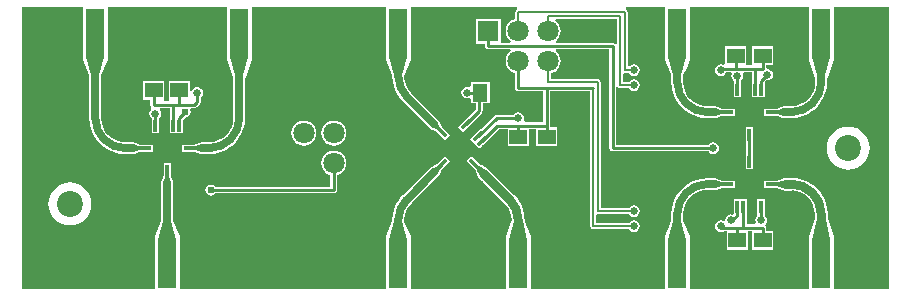
<source format=gtl>
G04*
G04 #@! TF.GenerationSoftware,Altium Limited,Altium Designer,24.4.1 (13)*
G04*
G04 Layer_Physical_Order=1*
G04 Layer_Color=255*
%FSLAX25Y25*%
%MOIN*%
G70*
G04*
G04 #@! TF.SameCoordinates,9EAFE7E4-189C-44CB-946A-5F511CB8720B*
G04*
G04*
G04 #@! TF.FilePolarity,Positive*
G04*
G01*
G75*
%ADD28C,0.02700*%
%ADD29C,0.03000*%
%ADD30R,0.08268X0.08268*%
%ADD31R,0.01181X0.03937*%
%ADD32R,0.03937X0.01181*%
%ADD33P,0.11692X4X90.0*%
G04:AMPARAMS|DCode=34|XSize=39.37mil|YSize=11.81mil|CornerRadius=0mil|HoleSize=0mil|Usage=FLASHONLY|Rotation=45.000|XOffset=0mil|YOffset=0mil|HoleType=Round|Shape=Rectangle|*
%AMROTATEDRECTD34*
4,1,4,-0.00974,-0.01810,-0.01810,-0.00974,0.00974,0.01810,0.01810,0.00974,-0.00974,-0.01810,0.0*
%
%ADD34ROTATEDRECTD34*%

G04:AMPARAMS|DCode=35|XSize=39.37mil|YSize=11.81mil|CornerRadius=0mil|HoleSize=0mil|Usage=FLASHONLY|Rotation=315.000|XOffset=0mil|YOffset=0mil|HoleType=Round|Shape=Rectangle|*
%AMROTATEDRECTD35*
4,1,4,-0.01810,0.00974,-0.00974,0.01810,0.01810,-0.00974,0.00974,-0.01810,-0.01810,0.00974,0.0*
%
%ADD35ROTATEDRECTD35*%

%ADD36R,0.06000X0.16000*%
%ADD37R,0.07000X0.16000*%
%ADD38R,0.05906X0.05118*%
%ADD39R,0.05118X0.05906*%
%ADD40C,0.01000*%
%ADD41C,0.00700*%
%ADD42C,0.01100*%
%ADD43C,0.08661*%
%ADD44C,0.07087*%
%ADD45R,0.07087X0.07087*%
%ADD46R,0.07087X0.07087*%
%ADD47C,0.02400*%
%ADD48C,0.02600*%
G36*
X199827Y82981D02*
X199227Y82799D01*
X199088Y83006D01*
X198724Y83249D01*
X198295Y83334D01*
X179533D01*
X179329Y83934D01*
X179750Y84258D01*
X180414Y85123D01*
X180832Y86131D01*
X180974Y87213D01*
X180832Y88294D01*
X180414Y89302D01*
X179750Y90168D01*
X179130Y90644D01*
X179333Y91244D01*
X199827D01*
Y82981D01*
D02*
G37*
G36*
X269145Y72650D02*
X266445D01*
X264807Y78725D01*
X270783D01*
X269145Y72650D01*
D02*
G37*
G36*
X221145D02*
X218445D01*
X216807Y78725D01*
X222783D01*
X221145Y72650D01*
D02*
G37*
G36*
X128145D02*
X125445D01*
X123807Y78725D01*
X129783D01*
X128145Y72650D01*
D02*
G37*
G36*
X75145D02*
X72445D01*
X70807Y78725D01*
X76783D01*
X75145Y72650D01*
D02*
G37*
G36*
X27145D02*
X24445D01*
X22807Y78725D01*
X28783D01*
X27145Y72650D01*
D02*
G37*
G36*
X290348Y1275D02*
X271995D01*
Y18913D01*
X269936Y24559D01*
Y26213D01*
X269930Y26243D01*
X269783Y28111D01*
X269339Y29963D01*
X268610Y31723D01*
X267615Y33347D01*
X266378Y34795D01*
X264930Y36032D01*
X263305Y37027D01*
X261546Y37756D01*
X259694Y38201D01*
X257826Y38348D01*
X257795Y38354D01*
X255795D01*
X254976Y38191D01*
X254714Y38016D01*
X254660Y38017D01*
X253057Y37403D01*
X248707D01*
Y35022D01*
X253057D01*
X254660Y34408D01*
X254714Y34409D01*
X254976Y34234D01*
X255795Y34071D01*
X257795D01*
X257893Y34091D01*
X259334Y33949D01*
X260814Y33500D01*
X262178Y32771D01*
X263373Y31790D01*
X264354Y30595D01*
X265083Y29231D01*
X265532Y27751D01*
X265674Y26311D01*
X265654Y26213D01*
Y24559D01*
X263595Y18913D01*
Y1275D01*
X223995Y1275D01*
Y18913D01*
X222019Y23371D01*
X221783Y23903D01*
X221783D01*
X221783Y23903D01*
Y26213D01*
X221765Y26303D01*
X221911Y27781D01*
X222369Y29289D01*
X223111Y30679D01*
X224111Y31897D01*
X225329Y32897D01*
X226719Y33639D01*
X228227Y34097D01*
X229705Y34242D01*
X229795Y34224D01*
X232295D01*
X232576Y34280D01*
X232618Y34263D01*
X232734Y34311D01*
X232859Y34310D01*
X232993Y34363D01*
X233056Y34376D01*
X233103Y34407D01*
X234636Y35019D01*
X234639Y35022D01*
X238883D01*
Y37403D01*
X234620D01*
X233108Y38015D01*
X233056Y38050D01*
X232990Y38063D01*
X232861Y38115D01*
X232735Y38114D01*
X232618Y38162D01*
X232576Y38145D01*
X232295Y38201D01*
X229795D01*
X229785Y38199D01*
X227920Y38052D01*
X226091Y37613D01*
X224353Y36893D01*
X222749Y35910D01*
X221319Y34689D01*
X220098Y33258D01*
X219115Y31655D01*
X218395Y29917D01*
X217956Y28088D01*
X217809Y26223D01*
X217807Y26213D01*
Y23903D01*
X216693Y21389D01*
X215595Y18913D01*
Y1275D01*
X170995D01*
Y18913D01*
X169122Y23712D01*
X168933Y24197D01*
X168928Y24218D01*
X168920Y24229D01*
X168875Y24810D01*
X168783Y25969D01*
X168339Y27821D01*
X167610Y29581D01*
X166615Y31205D01*
X165551Y32450D01*
X165481Y32555D01*
X156509Y41527D01*
X155815Y41991D01*
X155506Y42052D01*
X155469Y42091D01*
X153901Y42791D01*
X151110Y45581D01*
X149427Y43898D01*
X152217Y41107D01*
X152917Y39539D01*
X152956Y39502D01*
X153017Y39193D01*
X153481Y38499D01*
X162453Y29527D01*
X162496Y29498D01*
X163354Y28453D01*
X164083Y27089D01*
X164532Y25609D01*
X164668Y24225D01*
X164663Y24218D01*
X164659Y24203D01*
X164460Y23692D01*
X162595Y18913D01*
Y1275D01*
X130995Y1275D01*
Y18913D01*
X128865Y23719D01*
X128795Y24132D01*
X128784Y24225D01*
X128783Y24462D01*
X128822Y24859D01*
X128906Y25714D01*
X129344Y27157D01*
X130055Y28487D01*
X130632Y29190D01*
X131030Y29635D01*
X131030D01*
X131446Y30052D01*
X140201Y38807D01*
X140632Y39452D01*
X140684Y39714D01*
X140718Y39744D01*
X141369Y41102D01*
X144164Y43898D01*
X142480Y45581D01*
X139685Y42786D01*
X138327Y42135D01*
X138297Y42102D01*
X138034Y42050D01*
X137389Y41618D01*
X128218Y32447D01*
X128207Y32431D01*
X127033Y31056D01*
X126078Y29498D01*
X125379Y27810D01*
X124953Y26034D01*
X124829Y24465D01*
X124811Y24232D01*
X124811Y24232D01*
X124807Y24213D01*
X124753Y23781D01*
X122595Y18913D01*
Y1275D01*
X53995D01*
Y18913D01*
X51784Y23903D01*
Y36713D01*
X51632Y37473D01*
X51484Y37696D01*
X51486Y37741D01*
X50986Y39162D01*
Y43301D01*
X48605D01*
Y39162D01*
X48105Y37741D01*
X48107Y37696D01*
X47958Y37473D01*
X47807Y36713D01*
Y23903D01*
X47807Y23903D01*
X45595Y18913D01*
Y1275D01*
X1275D01*
Y95226D01*
X21595D01*
Y77513D01*
X23807Y72522D01*
Y58213D01*
X23809Y58202D01*
X23956Y56337D01*
X24395Y54508D01*
X25115Y52771D01*
X26098Y51167D01*
X27319Y49736D01*
X28749Y48515D01*
X30353Y47532D01*
X32091Y46812D01*
X33920Y46373D01*
X35785Y46227D01*
X35795Y46224D01*
X38295D01*
X39056Y46376D01*
X39278Y46524D01*
X39323Y46522D01*
X40744Y47022D01*
X44883D01*
Y49403D01*
X40744D01*
X39323Y49903D01*
X39278Y49901D01*
X39056Y50050D01*
X38295Y50201D01*
X35795D01*
X35705Y50183D01*
X34227Y50328D01*
X32719Y50786D01*
X31329Y51529D01*
X30111Y52528D01*
X29111Y53746D01*
X28368Y55136D01*
X27911Y56644D01*
X27766Y58122D01*
X27784Y58213D01*
Y72522D01*
X27784Y72522D01*
X29995Y77513D01*
Y95226D01*
X69595Y95226D01*
Y77513D01*
X71654Y71866D01*
X71807Y71297D01*
Y58213D01*
X71825Y58122D01*
X71680Y56644D01*
X71222Y55136D01*
X70479Y53746D01*
X69480Y52528D01*
X68261Y51529D01*
X66872Y50786D01*
X65364Y50328D01*
X63886Y50183D01*
X63795Y50201D01*
X61295D01*
X60534Y50050D01*
X60312Y49901D01*
X60267Y49903D01*
X58846Y49403D01*
X54707D01*
Y47022D01*
X58846D01*
X60267Y46522D01*
X60312Y46524D01*
X60534Y46376D01*
X61295Y46224D01*
X63795D01*
X63806Y46227D01*
X65671Y46373D01*
X67500Y46812D01*
X69237Y47532D01*
X70841Y48515D01*
X72271Y49736D01*
X73493Y51167D01*
X74476Y52771D01*
X75196Y54508D01*
X75635Y56337D01*
X75781Y58202D01*
X75783Y58213D01*
Y71297D01*
X75937Y71866D01*
X77995Y77513D01*
Y95226D01*
X122595Y95226D01*
Y77513D01*
X124750Y72651D01*
X124807Y72355D01*
X124809Y72345D01*
X124809Y72344D01*
X124839Y71959D01*
X124956Y70480D01*
X125395Y68651D01*
X126115Y66913D01*
X127098Y65309D01*
X128312Y63887D01*
X128318Y63878D01*
X137389Y54807D01*
X138034Y54376D01*
X138305Y54322D01*
X138341Y54283D01*
X139612Y53712D01*
X142480Y50844D01*
X144164Y52528D01*
X141295Y55396D01*
X140725Y56667D01*
X140686Y56703D01*
X140632Y56973D01*
X140201Y57618D01*
X131130Y66689D01*
X131053Y66741D01*
X130111Y67889D01*
X129368Y69279D01*
X128911Y70786D01*
X128854Y71367D01*
X128795Y71965D01*
X128791Y72179D01*
X128822Y72470D01*
X128918Y72825D01*
X130995Y77513D01*
Y95226D01*
X166456D01*
X166515Y94626D01*
X166425Y94608D01*
X166110Y94397D01*
X165900Y94083D01*
X165827Y93713D01*
Y91264D01*
X165714Y91249D01*
X164706Y90832D01*
X163840Y90168D01*
X163176Y89302D01*
X162759Y88294D01*
X162616Y87213D01*
X162759Y86131D01*
X163176Y85123D01*
X163840Y84258D01*
X164262Y83934D01*
X164058Y83334D01*
X160939D01*
Y91356D01*
X152652D01*
Y83069D01*
X155674D01*
Y82213D01*
X155759Y81783D01*
X156002Y81419D01*
X156366Y81176D01*
X156795Y81091D01*
X164058D01*
X164262Y80491D01*
X163840Y80168D01*
X163176Y79302D01*
X162759Y78294D01*
X162616Y77213D01*
X162759Y76131D01*
X163176Y75123D01*
X163840Y74258D01*
X164706Y73593D01*
X165674Y73193D01*
Y68213D01*
X165759Y67783D01*
X166002Y67419D01*
X166366Y67176D01*
X166795Y67091D01*
X175174D01*
Y56834D01*
X168881D01*
X168560Y57434D01*
X168585Y57471D01*
X168733Y58213D01*
X168585Y58954D01*
X168165Y59582D01*
X167537Y60002D01*
X166795Y60150D01*
X166054Y60002D01*
X165426Y59582D01*
X165260Y59334D01*
X159579D01*
X159150Y59249D01*
X158786Y59006D01*
X158786Y59006D01*
X154500Y54719D01*
X154451Y54768D01*
X150819Y51136D01*
X152210Y49744D01*
X153894Y48060D01*
X157527Y51692D01*
X157478Y51741D01*
X160328Y54591D01*
X163242D01*
Y48794D01*
X170348D01*
Y54591D01*
X172742D01*
Y48794D01*
X179848D01*
Y55112D01*
X177417D01*
Y55713D01*
Y67091D01*
X190827D01*
Y22713D01*
Y22213D01*
X190900Y21842D01*
X191110Y21528D01*
X191425Y21318D01*
X191795Y21244D01*
X203657D01*
X203925Y20843D01*
X204554Y20423D01*
X205295Y20275D01*
X206037Y20423D01*
X206665Y20843D01*
X207085Y21471D01*
X207232Y22213D01*
X207085Y22954D01*
X206665Y23582D01*
X206037Y24002D01*
X205295Y24150D01*
X204554Y24002D01*
X203925Y23582D01*
X203657Y23181D01*
X192764D01*
Y25758D01*
X193295Y26244D01*
X203657D01*
X203925Y25843D01*
X204554Y25423D01*
X205295Y25275D01*
X206037Y25423D01*
X206665Y25843D01*
X207085Y26471D01*
X207232Y27213D01*
X207085Y27954D01*
X206665Y28582D01*
X206037Y29002D01*
X205295Y29150D01*
X204554Y29002D01*
X203925Y28582D01*
X203657Y28181D01*
X194264D01*
Y70213D01*
X194190Y70583D01*
X193980Y70898D01*
X193666Y71108D01*
X193295Y71181D01*
X177764D01*
Y73161D01*
X177877Y73176D01*
X178885Y73593D01*
X179750Y74258D01*
X180414Y75123D01*
X180832Y76131D01*
X180974Y77213D01*
X180832Y78294D01*
X180414Y79302D01*
X179750Y80168D01*
X179329Y80491D01*
X179533Y81091D01*
X197174D01*
Y48213D01*
X197259Y47783D01*
X197502Y47420D01*
X197866Y47176D01*
X198295Y47091D01*
X230260D01*
X230426Y46843D01*
X231054Y46423D01*
X231795Y46275D01*
X232537Y46423D01*
X233165Y46843D01*
X233585Y47471D01*
X233733Y48213D01*
X233585Y48954D01*
X233165Y49582D01*
X232537Y50002D01*
X231795Y50150D01*
X231054Y50002D01*
X230426Y49582D01*
X230260Y49334D01*
X199417D01*
Y68486D01*
X200017Y68668D01*
X200110Y68528D01*
X200425Y68318D01*
X200795Y68244D01*
X203657D01*
X203925Y67843D01*
X204554Y67423D01*
X205295Y67275D01*
X206037Y67423D01*
X206665Y67843D01*
X207085Y68471D01*
X207232Y69213D01*
X207085Y69954D01*
X206665Y70582D01*
X206037Y71002D01*
X205295Y71150D01*
X204554Y71002D01*
X203925Y70582D01*
X203657Y70181D01*
X201764D01*
Y72758D01*
X202295Y73244D01*
X203657D01*
X203925Y72843D01*
X204554Y72423D01*
X205295Y72275D01*
X206037Y72423D01*
X206665Y72843D01*
X207085Y73471D01*
X207232Y74213D01*
X207085Y74954D01*
X206665Y75582D01*
X206037Y76002D01*
X205295Y76150D01*
X204554Y76002D01*
X203925Y75582D01*
X203864Y75490D01*
X203264Y75672D01*
Y93713D01*
X203190Y94083D01*
X202980Y94397D01*
X202666Y94608D01*
X202575Y94626D01*
X202634Y95226D01*
X215595D01*
Y77513D01*
X217571Y73054D01*
X217807Y72522D01*
X217807D01*
X217807Y72522D01*
Y70213D01*
X217809Y70202D01*
X217956Y68337D01*
X218395Y66508D01*
X219115Y64771D01*
X220098Y63167D01*
X221319Y61737D01*
X222749Y60515D01*
X224353Y59532D01*
X226091Y58812D01*
X227920Y58373D01*
X229785Y58227D01*
X229795Y58224D01*
X232295D01*
X233056Y58376D01*
X233278Y58524D01*
X233323Y58522D01*
X234744Y59022D01*
X238883D01*
Y61403D01*
X234744D01*
X233323Y61903D01*
X233278Y61901D01*
X233056Y62050D01*
X232295Y62201D01*
X229795D01*
X229705Y62183D01*
X228227Y62328D01*
X226719Y62786D01*
X225329Y63529D01*
X224111Y64528D01*
X223111Y65746D01*
X222369Y67136D01*
X221911Y68644D01*
X221765Y70122D01*
X221783Y70213D01*
Y72522D01*
X222898Y75036D01*
X223995Y77513D01*
Y95226D01*
X263595Y95226D01*
Y77513D01*
X265452Y72421D01*
X265654Y71866D01*
X265807Y71297D01*
Y70213D01*
X265825Y70122D01*
X265680Y68644D01*
X265222Y67136D01*
X264479Y65746D01*
X263479Y64528D01*
X262261Y63529D01*
X260872Y62786D01*
X259364Y62328D01*
X257886Y62183D01*
X257795Y62201D01*
X255295D01*
X254534Y62050D01*
X254305Y61896D01*
X254252Y61898D01*
X252950Y61403D01*
X248707D01*
Y59022D01*
X252950D01*
X254252Y58527D01*
X254305Y58529D01*
X254534Y58376D01*
X255295Y58224D01*
X257795D01*
X257806Y58227D01*
X259670Y58373D01*
X261499Y58812D01*
X263237Y59532D01*
X264841Y60515D01*
X266271Y61737D01*
X267493Y63167D01*
X268476Y64771D01*
X269196Y66508D01*
X269635Y68337D01*
X269781Y70202D01*
X269783Y70213D01*
Y71297D01*
X269936Y71866D01*
X269936Y71866D01*
X271995Y77513D01*
X271995Y77513D01*
X271995Y78015D01*
Y95226D01*
X290348D01*
Y1275D01*
D02*
G37*
G36*
X254483Y59134D02*
X252961Y59713D01*
Y60713D01*
X254483Y61291D01*
Y59134D01*
D02*
G37*
G36*
X234608Y60763D02*
Y59663D01*
X233108Y59134D01*
Y61291D01*
X234608Y60763D01*
D02*
G37*
G36*
X140799Y54916D02*
X140092Y54209D01*
X138607Y54876D01*
X140132Y56401D01*
X140799Y54916D01*
D02*
G37*
G36*
X60483Y47134D02*
X58982Y47663D01*
Y48763D01*
X60483Y49291D01*
Y47134D01*
D02*
G37*
G36*
X40608Y48763D02*
Y47663D01*
X39108Y47134D01*
Y49291D01*
X40608Y48763D01*
D02*
G37*
G36*
X140820Y41459D02*
X140132Y40025D01*
X138607Y41550D01*
X140042Y42237D01*
X140820Y41459D01*
D02*
G37*
G36*
X155204Y41498D02*
X153510Y39804D01*
X152771Y41459D01*
X153549Y42237D01*
X155204Y41498D01*
D02*
G37*
G36*
X50874Y37525D02*
X48717D01*
X49245Y39026D01*
X50345D01*
X50874Y37525D01*
D02*
G37*
G36*
X254893Y35015D02*
X253200Y35663D01*
Y36763D01*
X254893Y37411D01*
Y35015D01*
D02*
G37*
G36*
X234395Y36793D02*
Y35623D01*
X232618Y34913D01*
Y37513D01*
X234395Y36793D01*
D02*
G37*
G36*
X270783Y17701D02*
X264807D01*
X266295Y24451D01*
X269295D01*
X270783Y17701D01*
D02*
G37*
G36*
X222783D02*
X216807D01*
X218445Y23776D01*
X221145D01*
X222783Y17701D01*
D02*
G37*
G36*
X169783D02*
X163807D01*
X165295Y24070D01*
X168295D01*
X169783Y17701D01*
D02*
G37*
G36*
X129783D02*
X123807D01*
X125445Y23776D01*
X128145D01*
X129783Y17701D01*
D02*
G37*
G36*
X52783D02*
X46807D01*
X48445Y23776D01*
X51145D01*
X52783Y17701D01*
D02*
G37*
%LPC*%
G36*
X251848Y82131D02*
X244742D01*
Y75834D01*
X242848D01*
Y82131D01*
X235742D01*
Y76152D01*
X235142Y75932D01*
X235037Y76002D01*
X234295Y76150D01*
X233554Y76002D01*
X232926Y75582D01*
X232505Y74954D01*
X232358Y74213D01*
X232505Y73471D01*
X232926Y72843D01*
X233554Y72423D01*
X234295Y72275D01*
X235037Y72423D01*
X235665Y72843D01*
X236085Y73471D01*
X236109Y73591D01*
X237710D01*
X238030Y72991D01*
X238005Y72954D01*
X237858Y72213D01*
X238005Y71471D01*
X238425Y70843D01*
X238476Y70809D01*
X238668Y70261D01*
X238668Y70261D01*
X238668Y70261D01*
Y67432D01*
X238666Y67420D01*
X238668Y67207D01*
Y65124D01*
X241049D01*
Y70261D01*
X241049Y70261D01*
X241049D01*
X241165Y70843D01*
X241585Y71471D01*
X241733Y72213D01*
X241585Y72954D01*
X241560Y72991D01*
X241881Y73591D01*
X244674D01*
Y70261D01*
X244573D01*
Y65124D01*
X248923D01*
Y70254D01*
X249502Y70834D01*
X249795Y70775D01*
X250537Y70923D01*
X251165Y71343D01*
X251585Y71971D01*
X251732Y72713D01*
X251585Y73454D01*
X251165Y74082D01*
X250537Y74502D01*
X249795Y74650D01*
X249417Y75186D01*
Y75813D01*
X251848D01*
Y82131D01*
D02*
G37*
G36*
X157214Y70265D02*
X150896D01*
Y68848D01*
X150296Y68526D01*
X149674Y68650D01*
X148932Y68502D01*
X148304Y68082D01*
X147884Y67454D01*
X147737Y66713D01*
X147884Y65971D01*
X148304Y65343D01*
X148932Y64923D01*
X149674Y64775D01*
X150296Y64899D01*
X150896Y64578D01*
Y63160D01*
X152674D01*
Y61182D01*
X150338Y58881D01*
X150275Y58944D01*
X146643Y55312D01*
X148326Y53628D01*
X151959Y57260D01*
Y57260D01*
X151959Y57330D01*
X154582Y59913D01*
X154585Y59917D01*
X154588Y59920D01*
X154708Y60098D01*
X154828Y60276D01*
X154829Y60280D01*
X154832Y60283D01*
X154873Y60493D01*
X154917Y60704D01*
X154916Y60708D01*
X154917Y60713D01*
Y63160D01*
X157214D01*
Y70265D01*
D02*
G37*
G36*
X57348Y70631D02*
X50243D01*
Y64313D01*
X50243D01*
X50027Y63803D01*
X49064D01*
X48848Y64313D01*
X48848D01*
Y70631D01*
X41743D01*
Y64313D01*
X44174D01*
Y62681D01*
X44259Y62252D01*
X44502Y61888D01*
X44527Y61872D01*
Y61150D01*
X44425Y61082D01*
X44006Y60454D01*
X43858Y59713D01*
X44006Y58971D01*
X44425Y58343D01*
X44668Y58181D01*
Y53124D01*
X47049D01*
Y58261D01*
X47049Y58261D01*
X47049D01*
X47121Y58312D01*
X47165Y58343D01*
X47585Y58971D01*
X47732Y59713D01*
X47585Y60454D01*
X47247Y60960D01*
X47394Y61396D01*
X47513Y61560D01*
X50642D01*
Y58261D01*
X50573D01*
Y53124D01*
X54923D01*
Y57754D01*
X55587Y58419D01*
X55795Y58377D01*
X56497Y58517D01*
X57093Y58915D01*
X57491Y59510D01*
X57630Y60212D01*
X57491Y60915D01*
X57461Y60960D01*
X57781Y61560D01*
X58764D01*
X58764Y61559D01*
X59193Y61645D01*
X59557Y61888D01*
X60588Y62919D01*
X60588Y62919D01*
X60831Y63283D01*
X60917Y63713D01*
X60917Y63713D01*
Y65177D01*
X61165Y65343D01*
X61585Y65971D01*
X61733Y66713D01*
X61585Y67454D01*
X61165Y68082D01*
X60537Y68502D01*
X59795Y68650D01*
X59054Y68502D01*
X58425Y68082D01*
X58005Y67454D01*
X57948Y67165D01*
X57348Y67224D01*
Y70631D01*
D02*
G37*
G36*
X105295Y57392D02*
X104214Y57249D01*
X103206Y56832D01*
X102340Y56168D01*
X101676Y55302D01*
X101259Y54294D01*
X101116Y53213D01*
X101259Y52131D01*
X101676Y51123D01*
X102340Y50258D01*
X103206Y49593D01*
X104214Y49176D01*
X105295Y49034D01*
X106377Y49176D01*
X107385Y49593D01*
X108250Y50258D01*
X108914Y51123D01*
X109332Y52131D01*
X109474Y53213D01*
X109332Y54294D01*
X108914Y55302D01*
X108250Y56168D01*
X107385Y56832D01*
X106377Y57249D01*
X105295Y57392D01*
D02*
G37*
G36*
X95295D02*
X94214Y57249D01*
X93206Y56832D01*
X92340Y56168D01*
X91676Y55302D01*
X91259Y54294D01*
X91116Y53213D01*
X91259Y52131D01*
X91676Y51123D01*
X92340Y50258D01*
X93206Y49593D01*
X94214Y49176D01*
X95295Y49034D01*
X96377Y49176D01*
X97385Y49593D01*
X98250Y50258D01*
X98914Y51123D01*
X99332Y52131D01*
X99474Y53213D01*
X99332Y54294D01*
X98914Y55302D01*
X98250Y56168D01*
X97385Y56832D01*
X96377Y57249D01*
X95295Y57392D01*
D02*
G37*
G36*
X244986Y55301D02*
X242605D01*
Y50164D01*
X242623D01*
Y46261D01*
X242605D01*
Y41124D01*
X244986D01*
Y46261D01*
X244968D01*
Y50164D01*
X244986D01*
Y55301D01*
D02*
G37*
G36*
X276795Y55403D02*
X275393Y55265D01*
X274044Y54855D01*
X272801Y54191D01*
X271711Y53297D01*
X270817Y52207D01*
X270152Y50964D01*
X269743Y49615D01*
X269605Y48213D01*
X269743Y46810D01*
X270152Y45461D01*
X270817Y44218D01*
X271711Y43128D01*
X272801Y42234D01*
X274044Y41570D01*
X275393Y41161D01*
X276795Y41023D01*
X278198Y41161D01*
X279547Y41570D01*
X280790Y42234D01*
X281879Y43128D01*
X282774Y44218D01*
X283438Y45461D01*
X283847Y46810D01*
X283985Y48213D01*
X283847Y49615D01*
X283438Y50964D01*
X282774Y52207D01*
X281879Y53297D01*
X280790Y54191D01*
X279547Y54855D01*
X278198Y55265D01*
X276795Y55403D01*
D02*
G37*
G36*
X105295Y47392D02*
X104214Y47249D01*
X103206Y46832D01*
X102340Y46168D01*
X101676Y45302D01*
X101259Y44294D01*
X101116Y43213D01*
X101259Y42131D01*
X101676Y41123D01*
X102340Y40258D01*
X103206Y39593D01*
X104174Y39193D01*
Y35334D01*
X65711D01*
X65593Y35510D01*
X64998Y35908D01*
X64295Y36048D01*
X63593Y35908D01*
X62998Y35510D01*
X62600Y34915D01*
X62460Y34213D01*
X62600Y33510D01*
X62998Y32915D01*
X63593Y32517D01*
X64295Y32377D01*
X64998Y32517D01*
X65593Y32915D01*
X65711Y33091D01*
X105295D01*
X105725Y33176D01*
X106088Y33419D01*
X106332Y33783D01*
X106417Y34213D01*
Y39193D01*
X107385Y39593D01*
X108250Y40258D01*
X108914Y41123D01*
X109332Y42131D01*
X109474Y43213D01*
X109332Y44294D01*
X108914Y45302D01*
X108250Y46168D01*
X107385Y46832D01*
X106377Y47249D01*
X105295Y47392D01*
D02*
G37*
G36*
X248923Y31301D02*
X246542D01*
Y26164D01*
X246542Y26164D01*
X246542D01*
X246426Y25582D01*
X246006Y24954D01*
X245858Y24213D01*
X246006Y23471D01*
X246030Y23434D01*
X245710Y22834D01*
X242948D01*
Y26164D01*
X243017D01*
Y31301D01*
X238668D01*
Y26567D01*
X238102Y26089D01*
X237795Y26150D01*
X237054Y26002D01*
X236425Y25582D01*
X236005Y24954D01*
X235858Y24213D01*
X235867Y24169D01*
X235327Y23809D01*
X235037Y24002D01*
X234295Y24150D01*
X233554Y24002D01*
X232926Y23582D01*
X232505Y22954D01*
X232358Y22213D01*
X232505Y21471D01*
X232926Y20843D01*
X233554Y20423D01*
X234295Y20275D01*
X235037Y20423D01*
X235288Y20591D01*
X236243D01*
Y14294D01*
X243348D01*
Y20591D01*
X244742D01*
Y14294D01*
X251848D01*
Y20612D01*
X249417D01*
Y21713D01*
X249331Y22142D01*
X249088Y22506D01*
X249319Y23073D01*
X249585Y23471D01*
X249732Y24213D01*
X249585Y24954D01*
X249165Y25582D01*
X249114Y25616D01*
X248923Y26164D01*
X248923Y26164D01*
X248923Y26164D01*
Y31301D01*
D02*
G37*
G36*
X17347Y36805D02*
X15945Y36667D01*
X14596Y36258D01*
X13353Y35594D01*
X12263Y34699D01*
X11369Y33610D01*
X10704Y32367D01*
X10295Y31018D01*
X10157Y29615D01*
X10295Y28213D01*
X10704Y26864D01*
X11369Y25621D01*
X12263Y24531D01*
X13353Y23637D01*
X14596Y22973D01*
X15945Y22563D01*
X17347Y22425D01*
X18750Y22563D01*
X20099Y22973D01*
X21342Y23637D01*
X22431Y24531D01*
X23326Y25621D01*
X23990Y26864D01*
X24399Y28213D01*
X24537Y29615D01*
X24399Y31018D01*
X23990Y32367D01*
X23326Y33610D01*
X22431Y34699D01*
X21342Y35594D01*
X20099Y36258D01*
X18750Y36667D01*
X17347Y36805D01*
D02*
G37*
%LPD*%
D28*
X126795Y72355D02*
G03*
X129724Y65284I10000J0D01*
G01*
X219795Y70213D02*
G03*
X229795Y60213I10000J0D01*
G01*
X63795Y48213D02*
G03*
X73795Y58213I0J10000D01*
G01*
X25795D02*
G03*
X35795Y48213I10000J0D01*
G01*
X257795Y60213D02*
G03*
X267795Y70213I0J10000D01*
G01*
X129624Y31041D02*
G03*
X126795Y24213I6828J-6828D01*
G01*
X229795Y36213D02*
G03*
X219795Y26213I0J-10000D01*
G01*
X73795Y58213D02*
Y86713D01*
X129724Y65284D02*
X138795Y56213D01*
X126795Y72355D02*
Y86713D01*
X61295Y48213D02*
X63795D01*
X25795Y58213D02*
Y86713D01*
X219795Y70213D02*
Y86713D01*
X267795Y70213D02*
Y86713D01*
X255295Y60213D02*
X257795D01*
X49795Y9713D02*
Y36713D01*
X35795Y48213D02*
X38295D01*
X129624Y31041D02*
X138795Y40213D01*
X126795Y9713D02*
Y24213D01*
X229795Y60213D02*
X232295D01*
X229795Y36213D02*
X232295D01*
X219795Y9713D02*
Y26213D01*
D29*
X166795Y24070D02*
G03*
X163866Y31141I-10000J0D01*
G01*
X267795Y26213D02*
G03*
X257795Y36213I-10000J0D01*
G01*
X154995Y40013D02*
X163967Y31041D01*
X166795Y9713D02*
Y24070D01*
X255795Y36213D02*
X257795D01*
X267795Y9713D02*
Y26213D01*
D30*
X49795Y48213D02*
D03*
X243795Y36213D02*
D03*
Y60213D02*
D03*
D31*
X45858Y55693D02*
D03*
X47827D02*
D03*
X49795D02*
D03*
X51764D02*
D03*
X53732D02*
D03*
Y40732D02*
D03*
X51764D02*
D03*
X49795D02*
D03*
X47827D02*
D03*
X45858D02*
D03*
X247732Y28732D02*
D03*
X245764D02*
D03*
X243795D02*
D03*
X241827D02*
D03*
X239858D02*
D03*
Y43693D02*
D03*
X241827D02*
D03*
X243795D02*
D03*
X245764D02*
D03*
X247732D02*
D03*
X239858Y67693D02*
D03*
X241827D02*
D03*
X243795D02*
D03*
X245764D02*
D03*
X247732D02*
D03*
Y52732D02*
D03*
X245764D02*
D03*
X243795D02*
D03*
X241827D02*
D03*
X239858D02*
D03*
D32*
X57276Y52150D02*
D03*
Y50181D02*
D03*
Y48213D02*
D03*
Y46244D02*
D03*
Y44276D02*
D03*
X42315D02*
D03*
Y46244D02*
D03*
Y48213D02*
D03*
Y50181D02*
D03*
Y52150D02*
D03*
X236315Y32276D02*
D03*
Y34244D02*
D03*
Y36213D02*
D03*
Y38181D02*
D03*
Y40150D02*
D03*
X251276D02*
D03*
Y38181D02*
D03*
Y36213D02*
D03*
Y34244D02*
D03*
Y32276D02*
D03*
Y64150D02*
D03*
Y62181D02*
D03*
Y60213D02*
D03*
Y58244D02*
D03*
Y56276D02*
D03*
X236315D02*
D03*
Y58244D02*
D03*
Y60213D02*
D03*
Y62181D02*
D03*
Y64150D02*
D03*
D33*
X146795Y48213D02*
D03*
D34*
X149301Y56286D02*
D03*
X150693Y54894D02*
D03*
X152085Y53502D02*
D03*
X153477Y52110D02*
D03*
X154868Y50718D02*
D03*
X144290Y40139D02*
D03*
X142898Y41531D02*
D03*
X141506Y42923D02*
D03*
X140114Y44315D02*
D03*
X138722Y45707D02*
D03*
D35*
X154868D02*
D03*
X153477Y44315D02*
D03*
X152085Y42923D02*
D03*
X150693Y41531D02*
D03*
X149301Y40139D02*
D03*
X138722Y50718D02*
D03*
X140114Y52110D02*
D03*
X141506Y53502D02*
D03*
X142898Y54894D02*
D03*
X144290Y56286D02*
D03*
D36*
X267795Y86713D02*
D03*
X73795D02*
D03*
X25795D02*
D03*
X126795D02*
D03*
X219795D02*
D03*
X49795Y9713D02*
D03*
X126795D02*
D03*
X166795D02*
D03*
X267795D02*
D03*
X219795D02*
D03*
D37*
X257795Y86713D02*
D03*
X277795D02*
D03*
X63795D02*
D03*
X83795D02*
D03*
X15795D02*
D03*
X35795D02*
D03*
X136795D02*
D03*
X116795D02*
D03*
X209795D02*
D03*
X229795D02*
D03*
X39795Y9713D02*
D03*
X59795D02*
D03*
X136795D02*
D03*
X116795D02*
D03*
X176795D02*
D03*
X156795D02*
D03*
X257795D02*
D03*
X277795D02*
D03*
X209795D02*
D03*
X229795D02*
D03*
D38*
X53795Y74953D02*
D03*
Y67472D02*
D03*
X45295Y74953D02*
D03*
Y67472D02*
D03*
X176295Y44472D02*
D03*
Y51953D02*
D03*
X166795Y44472D02*
D03*
Y51953D02*
D03*
X248295Y9972D02*
D03*
Y17453D02*
D03*
X239795Y9972D02*
D03*
Y17453D02*
D03*
X239295Y86453D02*
D03*
Y78972D02*
D03*
X248295Y86453D02*
D03*
Y78972D02*
D03*
D39*
X161535Y66713D02*
D03*
X154055D02*
D03*
D40*
X156795Y87213D02*
Y88213D01*
X198295Y48213D02*
Y82213D01*
X59795Y63713D02*
Y66713D01*
X58764Y62681D02*
X59795Y63713D01*
X53764Y62681D02*
X58764D01*
X45295D02*
X51764D01*
X234295Y22213D02*
X234795Y21713D01*
X239795D01*
X64295Y34213D02*
X105295D01*
Y43213D01*
X245795Y67693D02*
Y74713D01*
X234295D02*
X239295D01*
X156795Y82213D02*
X198295D01*
X156795D02*
Y87213D01*
X149674Y66713D02*
X153795D01*
Y60713D02*
Y66713D01*
X149301Y56286D02*
X153795Y60713D01*
X241827Y21713D02*
X248295D01*
X241827D02*
Y28732D01*
X239795Y21713D02*
X241827D01*
X53732Y58150D02*
X55795Y60212D01*
X153795Y66713D02*
X154055D01*
X166795Y68213D02*
Y78213D01*
Y68213D02*
X176295D01*
X191795D01*
X176295Y55713D02*
Y68213D01*
X45795Y59713D02*
X45858Y59650D01*
Y55693D02*
Y59650D01*
X53732Y55693D02*
Y58150D01*
X53764Y62681D02*
X53795Y62713D01*
X51764Y62681D02*
X53764D01*
X45295D02*
Y66472D01*
X53795Y62713D02*
Y66472D01*
X51764Y55693D02*
Y62681D01*
X159579Y58213D02*
X166795D01*
X153477Y52110D02*
X159579Y58213D01*
X166795Y55713D02*
X176295D01*
X159863D02*
X166795D01*
X154868Y50718D02*
X159863Y55713D01*
X176295Y51953D02*
Y55713D01*
X166795Y51953D02*
Y55713D01*
X198295Y48213D02*
X231795D01*
X251276Y60213D02*
X255295D01*
X239795Y28669D02*
X239858Y28732D01*
X237795Y24213D02*
X238295D01*
X232295Y36213D02*
X236315D01*
X238295Y24213D02*
X239858Y25776D01*
X248295Y17453D02*
Y21713D01*
X239795Y17453D02*
Y21713D01*
X241795Y28701D02*
X241827Y28732D01*
X239858Y67693D02*
Y72213D01*
X247732Y23713D02*
Y28732D01*
X239795Y72213D02*
X239858D01*
X239768Y67213D02*
X239858Y67693D01*
X247732Y70650D02*
X249795Y72713D01*
X247732Y23713D02*
X247795D01*
X239858Y25776D02*
Y28732D01*
X247732Y67693D02*
Y70650D01*
X245795Y74713D02*
X248295D01*
Y78972D01*
X239295Y74713D02*
Y78972D01*
Y74713D02*
X245795D01*
X245764Y67693D02*
X245795D01*
X138795Y56213D02*
X141506Y53502D01*
D41*
X176795Y70213D02*
X193295D01*
Y27213D02*
X205295D01*
X193295D02*
Y70213D01*
X191795Y22213D02*
Y22713D01*
Y68213D01*
Y22213D02*
X205295D01*
X166795Y88213D02*
Y93713D01*
X202295D01*
Y74213D02*
Y93713D01*
X200795Y69213D02*
Y92213D01*
X176795D02*
X200795D01*
X176795Y87213D02*
Y92213D01*
X202295Y74213D02*
X205295D01*
X200795Y69213D02*
X205295D01*
X176795Y70213D02*
Y78213D01*
D42*
X57276Y48213D02*
X61295D01*
X49795Y36713D02*
Y40732D01*
X38295Y48213D02*
X42315D01*
X152085Y42923D02*
X154995Y40013D01*
X138795Y40213D02*
X141506Y42923D01*
X251276Y36213D02*
X255795D01*
X232295Y60213D02*
X236315D01*
X243795Y43693D02*
Y52732D01*
D43*
X17347Y29615D02*
D03*
X276795Y48213D02*
D03*
D44*
X156795Y77213D02*
D03*
X166795D02*
D03*
X176795D02*
D03*
X186795D02*
D03*
X166795Y87213D02*
D03*
X176795D02*
D03*
X186795D02*
D03*
X95295Y53213D02*
D03*
X105295D02*
D03*
Y43213D02*
D03*
D45*
X156795Y87213D02*
D03*
D46*
X95295Y43213D02*
D03*
D47*
X286795Y3713D02*
D03*
X281795D02*
D03*
X286795Y92713D02*
D03*
X281795D02*
D03*
X287732Y8097D02*
D03*
Y13097D02*
D03*
Y18097D02*
D03*
Y23097D02*
D03*
Y28097D02*
D03*
Y33097D02*
D03*
Y38097D02*
D03*
Y43097D02*
D03*
Y48097D02*
D03*
Y53097D02*
D03*
Y58097D02*
D03*
Y63097D02*
D03*
Y68097D02*
D03*
Y73097D02*
D03*
Y78097D02*
D03*
Y83097D02*
D03*
Y88097D02*
D03*
X6795Y3713D02*
D03*
X11795D02*
D03*
X6795Y92713D02*
D03*
X11795D02*
D03*
X3795Y48213D02*
D03*
Y38213D02*
D03*
Y28213D02*
D03*
Y18213D02*
D03*
Y8213D02*
D03*
Y43213D02*
D03*
Y33213D02*
D03*
Y23213D02*
D03*
Y13213D02*
D03*
Y53213D02*
D03*
Y58213D02*
D03*
Y63213D02*
D03*
Y68213D02*
D03*
Y73213D02*
D03*
Y78213D02*
D03*
Y83213D02*
D03*
Y88213D02*
D03*
X188295Y60213D02*
D03*
X179795D02*
D03*
X188295Y65213D02*
D03*
X179795D02*
D03*
X166795Y41713D02*
D03*
X176295D02*
D03*
X242095Y37213D02*
D03*
X246795D02*
D03*
X51495Y47213D02*
D03*
X46795D02*
D03*
X242095Y59513D02*
D03*
X247348D02*
D03*
X146795Y43213D02*
D03*
X142295Y48213D02*
D03*
X146795Y52213D02*
D03*
X151295Y48213D02*
D03*
X146795D02*
D03*
X207795Y76713D02*
D03*
X208295Y71713D02*
D03*
Y66713D02*
D03*
X201795Y63713D02*
D03*
Y58713D02*
D03*
Y53213D02*
D03*
X205295Y87213D02*
D03*
Y81713D02*
D03*
X166795Y62213D02*
D03*
X157795Y60213D02*
D03*
X163795Y66213D02*
D03*
X173795Y65213D02*
D03*
Y60713D02*
D03*
X153795Y56213D02*
D03*
X231295Y43713D02*
D03*
Y52713D02*
D03*
X236795Y48213D02*
D03*
X250795Y53213D02*
D03*
Y48213D02*
D03*
X251295Y43713D02*
D03*
X146795Y57713D02*
D03*
X150295Y61213D02*
D03*
X143795Y60713D02*
D03*
X143295Y37213D02*
D03*
X150295D02*
D03*
X146795Y36713D02*
D03*
X136795Y48213D02*
D03*
X155795D02*
D03*
X161295Y53213D02*
D03*
X159295Y49713D02*
D03*
Y45213D02*
D03*
X133795Y50713D02*
D03*
Y45713D02*
D03*
X56295Y80713D02*
D03*
X51795D02*
D03*
X46795D02*
D03*
X41295D02*
D03*
X58295Y55713D02*
D03*
X41795D02*
D03*
X40295Y41213D02*
D03*
X42795Y38213D02*
D03*
X61795Y41213D02*
D03*
X56295Y37713D02*
D03*
X195795Y78213D02*
D03*
Y73213D02*
D03*
Y63213D02*
D03*
Y58213D02*
D03*
Y53213D02*
D03*
Y48213D02*
D03*
Y68213D02*
D03*
Y85213D02*
D03*
Y89213D02*
D03*
X16795Y92713D02*
D03*
X31795D02*
D03*
X36795D02*
D03*
X41795D02*
D03*
X46795D02*
D03*
X51795D02*
D03*
X56795D02*
D03*
X61795D02*
D03*
X66795D02*
D03*
X81795D02*
D03*
X86795D02*
D03*
X91795D02*
D03*
X96795D02*
D03*
X101795D02*
D03*
X106795D02*
D03*
X261795Y3713D02*
D03*
Y92713D02*
D03*
X116795D02*
D03*
X111795D02*
D03*
X136795D02*
D03*
X141795D02*
D03*
X146795D02*
D03*
X151795D02*
D03*
X156795D02*
D03*
X161795D02*
D03*
X206795D02*
D03*
X231795D02*
D03*
X236795D02*
D03*
X241795D02*
D03*
X246795D02*
D03*
X251795D02*
D03*
X256795D02*
D03*
X276795D02*
D03*
X231795Y3713D02*
D03*
X276795D02*
D03*
X256795D02*
D03*
X251795D02*
D03*
X246795D02*
D03*
X241795D02*
D03*
X236795D02*
D03*
X206795D02*
D03*
X201795D02*
D03*
X196795D02*
D03*
X191795D02*
D03*
X186795D02*
D03*
X176795Y3418D02*
D03*
X181795Y3713D02*
D03*
X156795D02*
D03*
X151795D02*
D03*
X136795D02*
D03*
X61795D02*
D03*
X36795D02*
D03*
X16795D02*
D03*
X26795D02*
D03*
X31795D02*
D03*
X66795D02*
D03*
X71795D02*
D03*
X76795D02*
D03*
X81795D02*
D03*
X86795D02*
D03*
X91795D02*
D03*
X116795D02*
D03*
X96795D02*
D03*
X101795D02*
D03*
X106795D02*
D03*
X111795D02*
D03*
X141795D02*
D03*
X146795D02*
D03*
X21795D02*
D03*
X55795Y60212D02*
D03*
X70295Y64213D02*
D03*
X77295Y59213D02*
D03*
Y64213D02*
D03*
X172595Y9713D02*
D03*
Y14713D02*
D03*
Y19713D02*
D03*
X170295Y24713D02*
D03*
X169195Y29513D02*
D03*
X166395Y33613D02*
D03*
X162795Y37213D02*
D03*
X159295Y40713D02*
D03*
X160995Y9713D02*
D03*
Y14713D02*
D03*
Y19713D02*
D03*
X163295Y24713D02*
D03*
X160895Y29013D02*
D03*
X157395Y32513D02*
D03*
X153895Y36113D02*
D03*
X139695D02*
D03*
X136195Y32513D02*
D03*
X132695Y29013D02*
D03*
X130295Y24713D02*
D03*
X132595Y19713D02*
D03*
Y14713D02*
D03*
Y9713D02*
D03*
X134295Y40713D02*
D03*
X130795Y37213D02*
D03*
X127195Y33613D02*
D03*
X124395Y29513D02*
D03*
X123295Y24713D02*
D03*
X120995Y19713D02*
D03*
Y14713D02*
D03*
Y9713D02*
D03*
X123295Y72213D02*
D03*
X124395Y66813D02*
D03*
X120995Y81713D02*
D03*
X132595D02*
D03*
Y86713D02*
D03*
X120995D02*
D03*
X43995Y14713D02*
D03*
Y9713D02*
D03*
Y4713D02*
D03*
X55595D02*
D03*
Y9713D02*
D03*
Y14713D02*
D03*
X19795Y89213D02*
D03*
Y84213D02*
D03*
X31795Y89213D02*
D03*
X79795D02*
D03*
Y84213D02*
D03*
X67795Y89213D02*
D03*
Y84213D02*
D03*
X31795D02*
D03*
X254395Y32913D02*
D03*
X255595Y39813D02*
D03*
X260595Y39513D02*
D03*
X265195Y37613D02*
D03*
X268795Y34213D02*
D03*
X270895Y29713D02*
D03*
X271295Y24713D02*
D03*
X273595Y19713D02*
D03*
Y14713D02*
D03*
X273795Y9713D02*
D03*
X273595Y4713D02*
D03*
X259395Y32413D02*
D03*
X263295Y29513D02*
D03*
X264295Y24713D02*
D03*
X261995Y19713D02*
D03*
Y14713D02*
D03*
Y9713D02*
D03*
X213995Y4713D02*
D03*
X225595D02*
D03*
X216295Y24713D02*
D03*
X216695Y29713D02*
D03*
X213995Y19713D02*
D03*
X233195Y32913D02*
D03*
X228195Y32413D02*
D03*
X224295Y29513D02*
D03*
X223295Y24713D02*
D03*
X225595Y19713D02*
D03*
Y14713D02*
D03*
Y9713D02*
D03*
X231995Y39813D02*
D03*
X226995Y39513D02*
D03*
X222395Y37613D02*
D03*
X218795Y34213D02*
D03*
X213995Y14713D02*
D03*
Y9713D02*
D03*
X64295Y34213D02*
D03*
X213995Y91713D02*
D03*
X225595D02*
D03*
X216695Y66713D02*
D03*
X216295Y71713D02*
D03*
X224295Y66913D02*
D03*
X233195Y63513D02*
D03*
X228195Y64013D02*
D03*
X223295Y71713D02*
D03*
X231995Y56613D02*
D03*
X226995Y56913D02*
D03*
X222395Y58813D02*
D03*
X218795Y62213D02*
D03*
X225595Y76713D02*
D03*
Y81713D02*
D03*
Y86713D02*
D03*
X213995D02*
D03*
Y81713D02*
D03*
Y76713D02*
D03*
X254395Y63513D02*
D03*
X259395Y64013D02*
D03*
X263295Y66913D02*
D03*
X264295Y71713D02*
D03*
X261995Y76713D02*
D03*
Y81713D02*
D03*
Y86713D02*
D03*
X255595Y56613D02*
D03*
X260595Y56913D02*
D03*
X265195Y58813D02*
D03*
X268795Y62213D02*
D03*
X273595Y76713D02*
D03*
X270895Y66713D02*
D03*
X271295Y71713D02*
D03*
X273595Y81713D02*
D03*
Y86713D02*
D03*
X46295Y24713D02*
D03*
Y29713D02*
D03*
Y34713D02*
D03*
X43995Y19713D02*
D03*
X53295Y34713D02*
D03*
Y29713D02*
D03*
Y24713D02*
D03*
X55595Y19713D02*
D03*
X59695Y51413D02*
D03*
X39695D02*
D03*
X34695Y51813D02*
D03*
X30595Y54513D02*
D03*
X38495Y44713D02*
D03*
X33495Y44813D02*
D03*
X28895Y46613D02*
D03*
X21295Y74213D02*
D03*
X30295D02*
D03*
X19795Y79213D02*
D03*
X31795D02*
D03*
X22295Y69213D02*
D03*
Y64213D02*
D03*
Y59213D02*
D03*
X29295D02*
D03*
Y64213D02*
D03*
Y69213D02*
D03*
X61095Y44613D02*
D03*
X70695Y46613D02*
D03*
X66095Y44813D02*
D03*
X64695Y51813D02*
D03*
X76795Y54313D02*
D03*
X74495Y49813D02*
D03*
X79795Y79213D02*
D03*
X67795D02*
D03*
X78295Y74213D02*
D03*
X69295D02*
D03*
X77295Y69213D02*
D03*
X70295D02*
D03*
Y59213D02*
D03*
X68895Y54413D02*
D03*
X246545Y48213D02*
D03*
X241045D02*
D03*
X127195Y62813D02*
D03*
X130795Y59213D02*
D03*
X134295Y55713D02*
D03*
X139695Y60313D02*
D03*
X136195Y63913D02*
D03*
X132695Y67413D02*
D03*
X130295Y72213D02*
D03*
X132595Y76713D02*
D03*
X120995D02*
D03*
X25095Y49813D02*
D03*
X22795Y54313D02*
D03*
D48*
X59795Y66713D02*
D03*
X205295Y69213D02*
D03*
X231795Y48213D02*
D03*
X149674Y66713D02*
D03*
X45795Y59713D02*
D03*
X166795Y58213D02*
D03*
X205295Y22213D02*
D03*
Y27213D02*
D03*
X234295Y22213D02*
D03*
X205295Y74213D02*
D03*
X234295D02*
D03*
X237795Y24213D02*
D03*
X239795Y72213D02*
D03*
X249795Y72713D02*
D03*
X247795Y24213D02*
D03*
M02*

</source>
